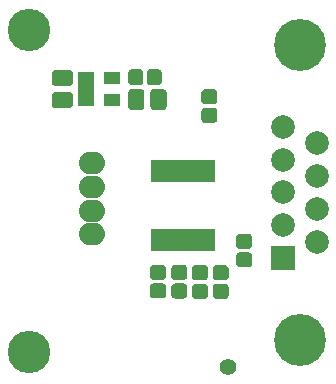
<source format=gbs>
G04 #@! TF.GenerationSoftware,KiCad,Pcbnew,(5.1.2)-1*
G04 #@! TF.CreationDate,2023-02-04T08:31:17+09:00*
G04 #@! TF.ProjectId,IR,49522e6b-6963-4616-945f-706362585858,v1.2*
G04 #@! TF.SameCoordinates,Original*
G04 #@! TF.FileFunction,Soldermask,Bot*
G04 #@! TF.FilePolarity,Negative*
%FSLAX46Y46*%
G04 Gerber Fmt 4.6, Leading zero omitted, Abs format (unit mm)*
G04 Created by KiCad (PCBNEW (5.1.2)-1) date 2023-02-04 08:31:17*
%MOMM*%
%LPD*%
G04 APERTURE LIST*
%ADD10C,0.050000*%
%ADD11C,1.275000*%
%ADD12C,3.600000*%
%ADD13O,2.200000X1.924000*%
%ADD14C,1.375000*%
%ADD15R,1.460000X1.050000*%
%ADD16C,1.400000*%
%ADD17R,0.850000X1.900000*%
%ADD18R,2.000000X2.000000*%
%ADD19C,2.000000*%
%ADD20C,4.400000*%
G04 APERTURE END LIST*
D10*
G36*
X198477493Y-113946535D02*
G01*
X198508435Y-113951125D01*
X198538778Y-113958725D01*
X198568230Y-113969263D01*
X198596508Y-113982638D01*
X198623338Y-113998719D01*
X198648463Y-114017353D01*
X198671640Y-114038360D01*
X198692647Y-114061537D01*
X198711281Y-114086662D01*
X198727362Y-114113492D01*
X198740737Y-114141770D01*
X198751275Y-114171222D01*
X198758875Y-114201565D01*
X198763465Y-114232507D01*
X198765000Y-114263750D01*
X198765000Y-114901250D01*
X198763465Y-114932493D01*
X198758875Y-114963435D01*
X198751275Y-114993778D01*
X198740737Y-115023230D01*
X198727362Y-115051508D01*
X198711281Y-115078338D01*
X198692647Y-115103463D01*
X198671640Y-115126640D01*
X198648463Y-115147647D01*
X198623338Y-115166281D01*
X198596508Y-115182362D01*
X198568230Y-115195737D01*
X198538778Y-115206275D01*
X198508435Y-115213875D01*
X198477493Y-115218465D01*
X198446250Y-115220000D01*
X197733750Y-115220000D01*
X197702507Y-115218465D01*
X197671565Y-115213875D01*
X197641222Y-115206275D01*
X197611770Y-115195737D01*
X197583492Y-115182362D01*
X197556662Y-115166281D01*
X197531537Y-115147647D01*
X197508360Y-115126640D01*
X197487353Y-115103463D01*
X197468719Y-115078338D01*
X197452638Y-115051508D01*
X197439263Y-115023230D01*
X197428725Y-114993778D01*
X197421125Y-114963435D01*
X197416535Y-114932493D01*
X197415000Y-114901250D01*
X197415000Y-114263750D01*
X197416535Y-114232507D01*
X197421125Y-114201565D01*
X197428725Y-114171222D01*
X197439263Y-114141770D01*
X197452638Y-114113492D01*
X197468719Y-114086662D01*
X197487353Y-114061537D01*
X197508360Y-114038360D01*
X197531537Y-114017353D01*
X197556662Y-113998719D01*
X197583492Y-113982638D01*
X197611770Y-113969263D01*
X197641222Y-113958725D01*
X197671565Y-113951125D01*
X197702507Y-113946535D01*
X197733750Y-113945000D01*
X198446250Y-113945000D01*
X198477493Y-113946535D01*
X198477493Y-113946535D01*
G37*
D11*
X198090000Y-114582500D03*
D10*
G36*
X198477493Y-115521535D02*
G01*
X198508435Y-115526125D01*
X198538778Y-115533725D01*
X198568230Y-115544263D01*
X198596508Y-115557638D01*
X198623338Y-115573719D01*
X198648463Y-115592353D01*
X198671640Y-115613360D01*
X198692647Y-115636537D01*
X198711281Y-115661662D01*
X198727362Y-115688492D01*
X198740737Y-115716770D01*
X198751275Y-115746222D01*
X198758875Y-115776565D01*
X198763465Y-115807507D01*
X198765000Y-115838750D01*
X198765000Y-116476250D01*
X198763465Y-116507493D01*
X198758875Y-116538435D01*
X198751275Y-116568778D01*
X198740737Y-116598230D01*
X198727362Y-116626508D01*
X198711281Y-116653338D01*
X198692647Y-116678463D01*
X198671640Y-116701640D01*
X198648463Y-116722647D01*
X198623338Y-116741281D01*
X198596508Y-116757362D01*
X198568230Y-116770737D01*
X198538778Y-116781275D01*
X198508435Y-116788875D01*
X198477493Y-116793465D01*
X198446250Y-116795000D01*
X197733750Y-116795000D01*
X197702507Y-116793465D01*
X197671565Y-116788875D01*
X197641222Y-116781275D01*
X197611770Y-116770737D01*
X197583492Y-116757362D01*
X197556662Y-116741281D01*
X197531537Y-116722647D01*
X197508360Y-116701640D01*
X197487353Y-116678463D01*
X197468719Y-116653338D01*
X197452638Y-116626508D01*
X197439263Y-116598230D01*
X197428725Y-116568778D01*
X197421125Y-116538435D01*
X197416535Y-116507493D01*
X197415000Y-116476250D01*
X197415000Y-115838750D01*
X197416535Y-115807507D01*
X197421125Y-115776565D01*
X197428725Y-115746222D01*
X197439263Y-115716770D01*
X197452638Y-115688492D01*
X197468719Y-115661662D01*
X197487353Y-115636537D01*
X197508360Y-115613360D01*
X197531537Y-115592353D01*
X197556662Y-115573719D01*
X197583492Y-115557638D01*
X197611770Y-115544263D01*
X197641222Y-115533725D01*
X197671565Y-115526125D01*
X197702507Y-115521535D01*
X197733750Y-115520000D01*
X198446250Y-115520000D01*
X198477493Y-115521535D01*
X198477493Y-115521535D01*
G37*
D11*
X198090000Y-116157500D03*
D12*
X179900000Y-124000000D03*
X179900000Y-96700000D03*
D13*
X185200000Y-114000000D03*
X185200000Y-112000000D03*
X185200000Y-110000000D03*
X185200000Y-108000000D03*
D10*
G36*
X183289943Y-100076655D02*
G01*
X183323312Y-100081605D01*
X183356035Y-100089802D01*
X183387797Y-100101166D01*
X183418293Y-100115590D01*
X183447227Y-100132932D01*
X183474323Y-100153028D01*
X183499318Y-100175682D01*
X183521972Y-100200677D01*
X183542068Y-100227773D01*
X183559410Y-100256707D01*
X183573834Y-100287203D01*
X183585198Y-100318965D01*
X183593395Y-100351688D01*
X183598345Y-100385057D01*
X183600000Y-100418750D01*
X183600000Y-101106250D01*
X183598345Y-101139943D01*
X183593395Y-101173312D01*
X183585198Y-101206035D01*
X183573834Y-101237797D01*
X183559410Y-101268293D01*
X183542068Y-101297227D01*
X183521972Y-101324323D01*
X183499318Y-101349318D01*
X183474323Y-101371972D01*
X183447227Y-101392068D01*
X183418293Y-101409410D01*
X183387797Y-101423834D01*
X183356035Y-101435198D01*
X183323312Y-101443395D01*
X183289943Y-101448345D01*
X183256250Y-101450000D01*
X182143750Y-101450000D01*
X182110057Y-101448345D01*
X182076688Y-101443395D01*
X182043965Y-101435198D01*
X182012203Y-101423834D01*
X181981707Y-101409410D01*
X181952773Y-101392068D01*
X181925677Y-101371972D01*
X181900682Y-101349318D01*
X181878028Y-101324323D01*
X181857932Y-101297227D01*
X181840590Y-101268293D01*
X181826166Y-101237797D01*
X181814802Y-101206035D01*
X181806605Y-101173312D01*
X181801655Y-101139943D01*
X181800000Y-101106250D01*
X181800000Y-100418750D01*
X181801655Y-100385057D01*
X181806605Y-100351688D01*
X181814802Y-100318965D01*
X181826166Y-100287203D01*
X181840590Y-100256707D01*
X181857932Y-100227773D01*
X181878028Y-100200677D01*
X181900682Y-100175682D01*
X181925677Y-100153028D01*
X181952773Y-100132932D01*
X181981707Y-100115590D01*
X182012203Y-100101166D01*
X182043965Y-100089802D01*
X182076688Y-100081605D01*
X182110057Y-100076655D01*
X182143750Y-100075000D01*
X183256250Y-100075000D01*
X183289943Y-100076655D01*
X183289943Y-100076655D01*
G37*
D14*
X182700000Y-100762500D03*
D10*
G36*
X183289943Y-101951655D02*
G01*
X183323312Y-101956605D01*
X183356035Y-101964802D01*
X183387797Y-101976166D01*
X183418293Y-101990590D01*
X183447227Y-102007932D01*
X183474323Y-102028028D01*
X183499318Y-102050682D01*
X183521972Y-102075677D01*
X183542068Y-102102773D01*
X183559410Y-102131707D01*
X183573834Y-102162203D01*
X183585198Y-102193965D01*
X183593395Y-102226688D01*
X183598345Y-102260057D01*
X183600000Y-102293750D01*
X183600000Y-102981250D01*
X183598345Y-103014943D01*
X183593395Y-103048312D01*
X183585198Y-103081035D01*
X183573834Y-103112797D01*
X183559410Y-103143293D01*
X183542068Y-103172227D01*
X183521972Y-103199323D01*
X183499318Y-103224318D01*
X183474323Y-103246972D01*
X183447227Y-103267068D01*
X183418293Y-103284410D01*
X183387797Y-103298834D01*
X183356035Y-103310198D01*
X183323312Y-103318395D01*
X183289943Y-103323345D01*
X183256250Y-103325000D01*
X182143750Y-103325000D01*
X182110057Y-103323345D01*
X182076688Y-103318395D01*
X182043965Y-103310198D01*
X182012203Y-103298834D01*
X181981707Y-103284410D01*
X181952773Y-103267068D01*
X181925677Y-103246972D01*
X181900682Y-103224318D01*
X181878028Y-103199323D01*
X181857932Y-103172227D01*
X181840590Y-103143293D01*
X181826166Y-103112797D01*
X181814802Y-103081035D01*
X181806605Y-103048312D01*
X181801655Y-103014943D01*
X181800000Y-102981250D01*
X181800000Y-102293750D01*
X181801655Y-102260057D01*
X181806605Y-102226688D01*
X181814802Y-102193965D01*
X181826166Y-102162203D01*
X181840590Y-102131707D01*
X181857932Y-102102773D01*
X181878028Y-102075677D01*
X181900682Y-102050682D01*
X181925677Y-102028028D01*
X181952773Y-102007932D01*
X181981707Y-101990590D01*
X182012203Y-101976166D01*
X182043965Y-101964802D01*
X182076688Y-101956605D01*
X182110057Y-101951655D01*
X182143750Y-101950000D01*
X183256250Y-101950000D01*
X183289943Y-101951655D01*
X183289943Y-101951655D01*
G37*
D14*
X182700000Y-102637500D03*
D10*
G36*
X190837493Y-100026535D02*
G01*
X190868435Y-100031125D01*
X190898778Y-100038725D01*
X190928230Y-100049263D01*
X190956508Y-100062638D01*
X190983338Y-100078719D01*
X191008463Y-100097353D01*
X191031640Y-100118360D01*
X191052647Y-100141537D01*
X191071281Y-100166662D01*
X191087362Y-100193492D01*
X191100737Y-100221770D01*
X191111275Y-100251222D01*
X191118875Y-100281565D01*
X191123465Y-100312507D01*
X191125000Y-100343750D01*
X191125000Y-101056250D01*
X191123465Y-101087493D01*
X191118875Y-101118435D01*
X191111275Y-101148778D01*
X191100737Y-101178230D01*
X191087362Y-101206508D01*
X191071281Y-101233338D01*
X191052647Y-101258463D01*
X191031640Y-101281640D01*
X191008463Y-101302647D01*
X190983338Y-101321281D01*
X190956508Y-101337362D01*
X190928230Y-101350737D01*
X190898778Y-101361275D01*
X190868435Y-101368875D01*
X190837493Y-101373465D01*
X190806250Y-101375000D01*
X190168750Y-101375000D01*
X190137507Y-101373465D01*
X190106565Y-101368875D01*
X190076222Y-101361275D01*
X190046770Y-101350737D01*
X190018492Y-101337362D01*
X189991662Y-101321281D01*
X189966537Y-101302647D01*
X189943360Y-101281640D01*
X189922353Y-101258463D01*
X189903719Y-101233338D01*
X189887638Y-101206508D01*
X189874263Y-101178230D01*
X189863725Y-101148778D01*
X189856125Y-101118435D01*
X189851535Y-101087493D01*
X189850000Y-101056250D01*
X189850000Y-100343750D01*
X189851535Y-100312507D01*
X189856125Y-100281565D01*
X189863725Y-100251222D01*
X189874263Y-100221770D01*
X189887638Y-100193492D01*
X189903719Y-100166662D01*
X189922353Y-100141537D01*
X189943360Y-100118360D01*
X189966537Y-100097353D01*
X189991662Y-100078719D01*
X190018492Y-100062638D01*
X190046770Y-100049263D01*
X190076222Y-100038725D01*
X190106565Y-100031125D01*
X190137507Y-100026535D01*
X190168750Y-100025000D01*
X190806250Y-100025000D01*
X190837493Y-100026535D01*
X190837493Y-100026535D01*
G37*
D11*
X190487500Y-100700000D03*
D10*
G36*
X189262493Y-100026535D02*
G01*
X189293435Y-100031125D01*
X189323778Y-100038725D01*
X189353230Y-100049263D01*
X189381508Y-100062638D01*
X189408338Y-100078719D01*
X189433463Y-100097353D01*
X189456640Y-100118360D01*
X189477647Y-100141537D01*
X189496281Y-100166662D01*
X189512362Y-100193492D01*
X189525737Y-100221770D01*
X189536275Y-100251222D01*
X189543875Y-100281565D01*
X189548465Y-100312507D01*
X189550000Y-100343750D01*
X189550000Y-101056250D01*
X189548465Y-101087493D01*
X189543875Y-101118435D01*
X189536275Y-101148778D01*
X189525737Y-101178230D01*
X189512362Y-101206508D01*
X189496281Y-101233338D01*
X189477647Y-101258463D01*
X189456640Y-101281640D01*
X189433463Y-101302647D01*
X189408338Y-101321281D01*
X189381508Y-101337362D01*
X189353230Y-101350737D01*
X189323778Y-101361275D01*
X189293435Y-101368875D01*
X189262493Y-101373465D01*
X189231250Y-101375000D01*
X188593750Y-101375000D01*
X188562507Y-101373465D01*
X188531565Y-101368875D01*
X188501222Y-101361275D01*
X188471770Y-101350737D01*
X188443492Y-101337362D01*
X188416662Y-101321281D01*
X188391537Y-101302647D01*
X188368360Y-101281640D01*
X188347353Y-101258463D01*
X188328719Y-101233338D01*
X188312638Y-101206508D01*
X188299263Y-101178230D01*
X188288725Y-101148778D01*
X188281125Y-101118435D01*
X188276535Y-101087493D01*
X188275000Y-101056250D01*
X188275000Y-100343750D01*
X188276535Y-100312507D01*
X188281125Y-100281565D01*
X188288725Y-100251222D01*
X188299263Y-100221770D01*
X188312638Y-100193492D01*
X188328719Y-100166662D01*
X188347353Y-100141537D01*
X188368360Y-100118360D01*
X188391537Y-100097353D01*
X188416662Y-100078719D01*
X188443492Y-100062638D01*
X188471770Y-100049263D01*
X188501222Y-100038725D01*
X188531565Y-100031125D01*
X188562507Y-100026535D01*
X188593750Y-100025000D01*
X189231250Y-100025000D01*
X189262493Y-100026535D01*
X189262493Y-100026535D01*
G37*
D11*
X188912500Y-100700000D03*
D10*
G36*
X189339943Y-101701655D02*
G01*
X189373312Y-101706605D01*
X189406035Y-101714802D01*
X189437797Y-101726166D01*
X189468293Y-101740590D01*
X189497227Y-101757932D01*
X189524323Y-101778028D01*
X189549318Y-101800682D01*
X189571972Y-101825677D01*
X189592068Y-101852773D01*
X189609410Y-101881707D01*
X189623834Y-101912203D01*
X189635198Y-101943965D01*
X189643395Y-101976688D01*
X189648345Y-102010057D01*
X189650000Y-102043750D01*
X189650000Y-103156250D01*
X189648345Y-103189943D01*
X189643395Y-103223312D01*
X189635198Y-103256035D01*
X189623834Y-103287797D01*
X189609410Y-103318293D01*
X189592068Y-103347227D01*
X189571972Y-103374323D01*
X189549318Y-103399318D01*
X189524323Y-103421972D01*
X189497227Y-103442068D01*
X189468293Y-103459410D01*
X189437797Y-103473834D01*
X189406035Y-103485198D01*
X189373312Y-103493395D01*
X189339943Y-103498345D01*
X189306250Y-103500000D01*
X188618750Y-103500000D01*
X188585057Y-103498345D01*
X188551688Y-103493395D01*
X188518965Y-103485198D01*
X188487203Y-103473834D01*
X188456707Y-103459410D01*
X188427773Y-103442068D01*
X188400677Y-103421972D01*
X188375682Y-103399318D01*
X188353028Y-103374323D01*
X188332932Y-103347227D01*
X188315590Y-103318293D01*
X188301166Y-103287797D01*
X188289802Y-103256035D01*
X188281605Y-103223312D01*
X188276655Y-103189943D01*
X188275000Y-103156250D01*
X188275000Y-102043750D01*
X188276655Y-102010057D01*
X188281605Y-101976688D01*
X188289802Y-101943965D01*
X188301166Y-101912203D01*
X188315590Y-101881707D01*
X188332932Y-101852773D01*
X188353028Y-101825677D01*
X188375682Y-101800682D01*
X188400677Y-101778028D01*
X188427773Y-101757932D01*
X188456707Y-101740590D01*
X188487203Y-101726166D01*
X188518965Y-101714802D01*
X188551688Y-101706605D01*
X188585057Y-101701655D01*
X188618750Y-101700000D01*
X189306250Y-101700000D01*
X189339943Y-101701655D01*
X189339943Y-101701655D01*
G37*
D14*
X188962500Y-102600000D03*
D10*
G36*
X191214943Y-101701655D02*
G01*
X191248312Y-101706605D01*
X191281035Y-101714802D01*
X191312797Y-101726166D01*
X191343293Y-101740590D01*
X191372227Y-101757932D01*
X191399323Y-101778028D01*
X191424318Y-101800682D01*
X191446972Y-101825677D01*
X191467068Y-101852773D01*
X191484410Y-101881707D01*
X191498834Y-101912203D01*
X191510198Y-101943965D01*
X191518395Y-101976688D01*
X191523345Y-102010057D01*
X191525000Y-102043750D01*
X191525000Y-103156250D01*
X191523345Y-103189943D01*
X191518395Y-103223312D01*
X191510198Y-103256035D01*
X191498834Y-103287797D01*
X191484410Y-103318293D01*
X191467068Y-103347227D01*
X191446972Y-103374323D01*
X191424318Y-103399318D01*
X191399323Y-103421972D01*
X191372227Y-103442068D01*
X191343293Y-103459410D01*
X191312797Y-103473834D01*
X191281035Y-103485198D01*
X191248312Y-103493395D01*
X191214943Y-103498345D01*
X191181250Y-103500000D01*
X190493750Y-103500000D01*
X190460057Y-103498345D01*
X190426688Y-103493395D01*
X190393965Y-103485198D01*
X190362203Y-103473834D01*
X190331707Y-103459410D01*
X190302773Y-103442068D01*
X190275677Y-103421972D01*
X190250682Y-103399318D01*
X190228028Y-103374323D01*
X190207932Y-103347227D01*
X190190590Y-103318293D01*
X190176166Y-103287797D01*
X190164802Y-103256035D01*
X190156605Y-103223312D01*
X190151655Y-103189943D01*
X190150000Y-103156250D01*
X190150000Y-102043750D01*
X190151655Y-102010057D01*
X190156605Y-101976688D01*
X190164802Y-101943965D01*
X190176166Y-101912203D01*
X190190590Y-101881707D01*
X190207932Y-101852773D01*
X190228028Y-101825677D01*
X190250682Y-101800682D01*
X190275677Y-101778028D01*
X190302773Y-101757932D01*
X190331707Y-101740590D01*
X190362203Y-101726166D01*
X190393965Y-101714802D01*
X190426688Y-101706605D01*
X190460057Y-101701655D01*
X190493750Y-101700000D01*
X191181250Y-101700000D01*
X191214943Y-101701655D01*
X191214943Y-101701655D01*
G37*
D14*
X190837500Y-102600000D03*
D15*
X184700000Y-102650000D03*
X184700000Y-101700000D03*
X184700000Y-100750000D03*
X186900000Y-100750000D03*
X186900000Y-102650000D03*
D16*
X196700000Y-125200000D03*
D10*
G36*
X196487493Y-116614535D02*
G01*
X196518435Y-116619125D01*
X196548778Y-116626725D01*
X196578230Y-116637263D01*
X196606508Y-116650638D01*
X196633338Y-116666719D01*
X196658463Y-116685353D01*
X196681640Y-116706360D01*
X196702647Y-116729537D01*
X196721281Y-116754662D01*
X196737362Y-116781492D01*
X196750737Y-116809770D01*
X196761275Y-116839222D01*
X196768875Y-116869565D01*
X196773465Y-116900507D01*
X196775000Y-116931750D01*
X196775000Y-117569250D01*
X196773465Y-117600493D01*
X196768875Y-117631435D01*
X196761275Y-117661778D01*
X196750737Y-117691230D01*
X196737362Y-117719508D01*
X196721281Y-117746338D01*
X196702647Y-117771463D01*
X196681640Y-117794640D01*
X196658463Y-117815647D01*
X196633338Y-117834281D01*
X196606508Y-117850362D01*
X196578230Y-117863737D01*
X196548778Y-117874275D01*
X196518435Y-117881875D01*
X196487493Y-117886465D01*
X196456250Y-117888000D01*
X195743750Y-117888000D01*
X195712507Y-117886465D01*
X195681565Y-117881875D01*
X195651222Y-117874275D01*
X195621770Y-117863737D01*
X195593492Y-117850362D01*
X195566662Y-117834281D01*
X195541537Y-117815647D01*
X195518360Y-117794640D01*
X195497353Y-117771463D01*
X195478719Y-117746338D01*
X195462638Y-117719508D01*
X195449263Y-117691230D01*
X195438725Y-117661778D01*
X195431125Y-117631435D01*
X195426535Y-117600493D01*
X195425000Y-117569250D01*
X195425000Y-116931750D01*
X195426535Y-116900507D01*
X195431125Y-116869565D01*
X195438725Y-116839222D01*
X195449263Y-116809770D01*
X195462638Y-116781492D01*
X195478719Y-116754662D01*
X195497353Y-116729537D01*
X195518360Y-116706360D01*
X195541537Y-116685353D01*
X195566662Y-116666719D01*
X195593492Y-116650638D01*
X195621770Y-116637263D01*
X195651222Y-116626725D01*
X195681565Y-116619125D01*
X195712507Y-116614535D01*
X195743750Y-116613000D01*
X196456250Y-116613000D01*
X196487493Y-116614535D01*
X196487493Y-116614535D01*
G37*
D11*
X196100000Y-117250500D03*
D10*
G36*
X196487493Y-118189535D02*
G01*
X196518435Y-118194125D01*
X196548778Y-118201725D01*
X196578230Y-118212263D01*
X196606508Y-118225638D01*
X196633338Y-118241719D01*
X196658463Y-118260353D01*
X196681640Y-118281360D01*
X196702647Y-118304537D01*
X196721281Y-118329662D01*
X196737362Y-118356492D01*
X196750737Y-118384770D01*
X196761275Y-118414222D01*
X196768875Y-118444565D01*
X196773465Y-118475507D01*
X196775000Y-118506750D01*
X196775000Y-119144250D01*
X196773465Y-119175493D01*
X196768875Y-119206435D01*
X196761275Y-119236778D01*
X196750737Y-119266230D01*
X196737362Y-119294508D01*
X196721281Y-119321338D01*
X196702647Y-119346463D01*
X196681640Y-119369640D01*
X196658463Y-119390647D01*
X196633338Y-119409281D01*
X196606508Y-119425362D01*
X196578230Y-119438737D01*
X196548778Y-119449275D01*
X196518435Y-119456875D01*
X196487493Y-119461465D01*
X196456250Y-119463000D01*
X195743750Y-119463000D01*
X195712507Y-119461465D01*
X195681565Y-119456875D01*
X195651222Y-119449275D01*
X195621770Y-119438737D01*
X195593492Y-119425362D01*
X195566662Y-119409281D01*
X195541537Y-119390647D01*
X195518360Y-119369640D01*
X195497353Y-119346463D01*
X195478719Y-119321338D01*
X195462638Y-119294508D01*
X195449263Y-119266230D01*
X195438725Y-119236778D01*
X195431125Y-119206435D01*
X195426535Y-119175493D01*
X195425000Y-119144250D01*
X195425000Y-118506750D01*
X195426535Y-118475507D01*
X195431125Y-118444565D01*
X195438725Y-118414222D01*
X195449263Y-118384770D01*
X195462638Y-118356492D01*
X195478719Y-118329662D01*
X195497353Y-118304537D01*
X195518360Y-118281360D01*
X195541537Y-118260353D01*
X195566662Y-118241719D01*
X195593492Y-118225638D01*
X195621770Y-118212263D01*
X195651222Y-118201725D01*
X195681565Y-118194125D01*
X195712507Y-118189535D01*
X195743750Y-118188000D01*
X196456250Y-118188000D01*
X196487493Y-118189535D01*
X196487493Y-118189535D01*
G37*
D11*
X196100000Y-118825500D03*
D10*
G36*
X195537493Y-103293535D02*
G01*
X195568435Y-103298125D01*
X195598778Y-103305725D01*
X195628230Y-103316263D01*
X195656508Y-103329638D01*
X195683338Y-103345719D01*
X195708463Y-103364353D01*
X195731640Y-103385360D01*
X195752647Y-103408537D01*
X195771281Y-103433662D01*
X195787362Y-103460492D01*
X195800737Y-103488770D01*
X195811275Y-103518222D01*
X195818875Y-103548565D01*
X195823465Y-103579507D01*
X195825000Y-103610750D01*
X195825000Y-104248250D01*
X195823465Y-104279493D01*
X195818875Y-104310435D01*
X195811275Y-104340778D01*
X195800737Y-104370230D01*
X195787362Y-104398508D01*
X195771281Y-104425338D01*
X195752647Y-104450463D01*
X195731640Y-104473640D01*
X195708463Y-104494647D01*
X195683338Y-104513281D01*
X195656508Y-104529362D01*
X195628230Y-104542737D01*
X195598778Y-104553275D01*
X195568435Y-104560875D01*
X195537493Y-104565465D01*
X195506250Y-104567000D01*
X194793750Y-104567000D01*
X194762507Y-104565465D01*
X194731565Y-104560875D01*
X194701222Y-104553275D01*
X194671770Y-104542737D01*
X194643492Y-104529362D01*
X194616662Y-104513281D01*
X194591537Y-104494647D01*
X194568360Y-104473640D01*
X194547353Y-104450463D01*
X194528719Y-104425338D01*
X194512638Y-104398508D01*
X194499263Y-104370230D01*
X194488725Y-104340778D01*
X194481125Y-104310435D01*
X194476535Y-104279493D01*
X194475000Y-104248250D01*
X194475000Y-103610750D01*
X194476535Y-103579507D01*
X194481125Y-103548565D01*
X194488725Y-103518222D01*
X194499263Y-103488770D01*
X194512638Y-103460492D01*
X194528719Y-103433662D01*
X194547353Y-103408537D01*
X194568360Y-103385360D01*
X194591537Y-103364353D01*
X194616662Y-103345719D01*
X194643492Y-103329638D01*
X194671770Y-103316263D01*
X194701222Y-103305725D01*
X194731565Y-103298125D01*
X194762507Y-103293535D01*
X194793750Y-103292000D01*
X195506250Y-103292000D01*
X195537493Y-103293535D01*
X195537493Y-103293535D01*
G37*
D11*
X195150000Y-103929500D03*
D10*
G36*
X195537493Y-101718535D02*
G01*
X195568435Y-101723125D01*
X195598778Y-101730725D01*
X195628230Y-101741263D01*
X195656508Y-101754638D01*
X195683338Y-101770719D01*
X195708463Y-101789353D01*
X195731640Y-101810360D01*
X195752647Y-101833537D01*
X195771281Y-101858662D01*
X195787362Y-101885492D01*
X195800737Y-101913770D01*
X195811275Y-101943222D01*
X195818875Y-101973565D01*
X195823465Y-102004507D01*
X195825000Y-102035750D01*
X195825000Y-102673250D01*
X195823465Y-102704493D01*
X195818875Y-102735435D01*
X195811275Y-102765778D01*
X195800737Y-102795230D01*
X195787362Y-102823508D01*
X195771281Y-102850338D01*
X195752647Y-102875463D01*
X195731640Y-102898640D01*
X195708463Y-102919647D01*
X195683338Y-102938281D01*
X195656508Y-102954362D01*
X195628230Y-102967737D01*
X195598778Y-102978275D01*
X195568435Y-102985875D01*
X195537493Y-102990465D01*
X195506250Y-102992000D01*
X194793750Y-102992000D01*
X194762507Y-102990465D01*
X194731565Y-102985875D01*
X194701222Y-102978275D01*
X194671770Y-102967737D01*
X194643492Y-102954362D01*
X194616662Y-102938281D01*
X194591537Y-102919647D01*
X194568360Y-102898640D01*
X194547353Y-102875463D01*
X194528719Y-102850338D01*
X194512638Y-102823508D01*
X194499263Y-102795230D01*
X194488725Y-102765778D01*
X194481125Y-102735435D01*
X194476535Y-102704493D01*
X194475000Y-102673250D01*
X194475000Y-102035750D01*
X194476535Y-102004507D01*
X194481125Y-101973565D01*
X194488725Y-101943222D01*
X194499263Y-101913770D01*
X194512638Y-101885492D01*
X194528719Y-101858662D01*
X194547353Y-101833537D01*
X194568360Y-101810360D01*
X194591537Y-101789353D01*
X194616662Y-101770719D01*
X194643492Y-101754638D01*
X194671770Y-101741263D01*
X194701222Y-101730725D01*
X194731565Y-101723125D01*
X194762507Y-101718535D01*
X194793750Y-101717000D01*
X195506250Y-101717000D01*
X195537493Y-101718535D01*
X195537493Y-101718535D01*
G37*
D11*
X195150000Y-102354500D03*
D10*
G36*
X192987493Y-118163535D02*
G01*
X193018435Y-118168125D01*
X193048778Y-118175725D01*
X193078230Y-118186263D01*
X193106508Y-118199638D01*
X193133338Y-118215719D01*
X193158463Y-118234353D01*
X193181640Y-118255360D01*
X193202647Y-118278537D01*
X193221281Y-118303662D01*
X193237362Y-118330492D01*
X193250737Y-118358770D01*
X193261275Y-118388222D01*
X193268875Y-118418565D01*
X193273465Y-118449507D01*
X193275000Y-118480750D01*
X193275000Y-119118250D01*
X193273465Y-119149493D01*
X193268875Y-119180435D01*
X193261275Y-119210778D01*
X193250737Y-119240230D01*
X193237362Y-119268508D01*
X193221281Y-119295338D01*
X193202647Y-119320463D01*
X193181640Y-119343640D01*
X193158463Y-119364647D01*
X193133338Y-119383281D01*
X193106508Y-119399362D01*
X193078230Y-119412737D01*
X193048778Y-119423275D01*
X193018435Y-119430875D01*
X192987493Y-119435465D01*
X192956250Y-119437000D01*
X192243750Y-119437000D01*
X192212507Y-119435465D01*
X192181565Y-119430875D01*
X192151222Y-119423275D01*
X192121770Y-119412737D01*
X192093492Y-119399362D01*
X192066662Y-119383281D01*
X192041537Y-119364647D01*
X192018360Y-119343640D01*
X191997353Y-119320463D01*
X191978719Y-119295338D01*
X191962638Y-119268508D01*
X191949263Y-119240230D01*
X191938725Y-119210778D01*
X191931125Y-119180435D01*
X191926535Y-119149493D01*
X191925000Y-119118250D01*
X191925000Y-118480750D01*
X191926535Y-118449507D01*
X191931125Y-118418565D01*
X191938725Y-118388222D01*
X191949263Y-118358770D01*
X191962638Y-118330492D01*
X191978719Y-118303662D01*
X191997353Y-118278537D01*
X192018360Y-118255360D01*
X192041537Y-118234353D01*
X192066662Y-118215719D01*
X192093492Y-118199638D01*
X192121770Y-118186263D01*
X192151222Y-118175725D01*
X192181565Y-118168125D01*
X192212507Y-118163535D01*
X192243750Y-118162000D01*
X192956250Y-118162000D01*
X192987493Y-118163535D01*
X192987493Y-118163535D01*
G37*
D11*
X192600000Y-118799500D03*
D10*
G36*
X192987493Y-116588535D02*
G01*
X193018435Y-116593125D01*
X193048778Y-116600725D01*
X193078230Y-116611263D01*
X193106508Y-116624638D01*
X193133338Y-116640719D01*
X193158463Y-116659353D01*
X193181640Y-116680360D01*
X193202647Y-116703537D01*
X193221281Y-116728662D01*
X193237362Y-116755492D01*
X193250737Y-116783770D01*
X193261275Y-116813222D01*
X193268875Y-116843565D01*
X193273465Y-116874507D01*
X193275000Y-116905750D01*
X193275000Y-117543250D01*
X193273465Y-117574493D01*
X193268875Y-117605435D01*
X193261275Y-117635778D01*
X193250737Y-117665230D01*
X193237362Y-117693508D01*
X193221281Y-117720338D01*
X193202647Y-117745463D01*
X193181640Y-117768640D01*
X193158463Y-117789647D01*
X193133338Y-117808281D01*
X193106508Y-117824362D01*
X193078230Y-117837737D01*
X193048778Y-117848275D01*
X193018435Y-117855875D01*
X192987493Y-117860465D01*
X192956250Y-117862000D01*
X192243750Y-117862000D01*
X192212507Y-117860465D01*
X192181565Y-117855875D01*
X192151222Y-117848275D01*
X192121770Y-117837737D01*
X192093492Y-117824362D01*
X192066662Y-117808281D01*
X192041537Y-117789647D01*
X192018360Y-117768640D01*
X191997353Y-117745463D01*
X191978719Y-117720338D01*
X191962638Y-117693508D01*
X191949263Y-117665230D01*
X191938725Y-117635778D01*
X191931125Y-117605435D01*
X191926535Y-117574493D01*
X191925000Y-117543250D01*
X191925000Y-116905750D01*
X191926535Y-116874507D01*
X191931125Y-116843565D01*
X191938725Y-116813222D01*
X191949263Y-116783770D01*
X191962638Y-116755492D01*
X191978719Y-116728662D01*
X191997353Y-116703537D01*
X192018360Y-116680360D01*
X192041537Y-116659353D01*
X192066662Y-116640719D01*
X192093492Y-116624638D01*
X192121770Y-116611263D01*
X192151222Y-116600725D01*
X192181565Y-116593125D01*
X192212507Y-116588535D01*
X192243750Y-116587000D01*
X192956250Y-116587000D01*
X192987493Y-116588535D01*
X192987493Y-116588535D01*
G37*
D11*
X192600000Y-117224500D03*
D10*
G36*
X194737493Y-118189535D02*
G01*
X194768435Y-118194125D01*
X194798778Y-118201725D01*
X194828230Y-118212263D01*
X194856508Y-118225638D01*
X194883338Y-118241719D01*
X194908463Y-118260353D01*
X194931640Y-118281360D01*
X194952647Y-118304537D01*
X194971281Y-118329662D01*
X194987362Y-118356492D01*
X195000737Y-118384770D01*
X195011275Y-118414222D01*
X195018875Y-118444565D01*
X195023465Y-118475507D01*
X195025000Y-118506750D01*
X195025000Y-119144250D01*
X195023465Y-119175493D01*
X195018875Y-119206435D01*
X195011275Y-119236778D01*
X195000737Y-119266230D01*
X194987362Y-119294508D01*
X194971281Y-119321338D01*
X194952647Y-119346463D01*
X194931640Y-119369640D01*
X194908463Y-119390647D01*
X194883338Y-119409281D01*
X194856508Y-119425362D01*
X194828230Y-119438737D01*
X194798778Y-119449275D01*
X194768435Y-119456875D01*
X194737493Y-119461465D01*
X194706250Y-119463000D01*
X193993750Y-119463000D01*
X193962507Y-119461465D01*
X193931565Y-119456875D01*
X193901222Y-119449275D01*
X193871770Y-119438737D01*
X193843492Y-119425362D01*
X193816662Y-119409281D01*
X193791537Y-119390647D01*
X193768360Y-119369640D01*
X193747353Y-119346463D01*
X193728719Y-119321338D01*
X193712638Y-119294508D01*
X193699263Y-119266230D01*
X193688725Y-119236778D01*
X193681125Y-119206435D01*
X193676535Y-119175493D01*
X193675000Y-119144250D01*
X193675000Y-118506750D01*
X193676535Y-118475507D01*
X193681125Y-118444565D01*
X193688725Y-118414222D01*
X193699263Y-118384770D01*
X193712638Y-118356492D01*
X193728719Y-118329662D01*
X193747353Y-118304537D01*
X193768360Y-118281360D01*
X193791537Y-118260353D01*
X193816662Y-118241719D01*
X193843492Y-118225638D01*
X193871770Y-118212263D01*
X193901222Y-118201725D01*
X193931565Y-118194125D01*
X193962507Y-118189535D01*
X193993750Y-118188000D01*
X194706250Y-118188000D01*
X194737493Y-118189535D01*
X194737493Y-118189535D01*
G37*
D11*
X194350000Y-118825500D03*
D10*
G36*
X194737493Y-116614535D02*
G01*
X194768435Y-116619125D01*
X194798778Y-116626725D01*
X194828230Y-116637263D01*
X194856508Y-116650638D01*
X194883338Y-116666719D01*
X194908463Y-116685353D01*
X194931640Y-116706360D01*
X194952647Y-116729537D01*
X194971281Y-116754662D01*
X194987362Y-116781492D01*
X195000737Y-116809770D01*
X195011275Y-116839222D01*
X195018875Y-116869565D01*
X195023465Y-116900507D01*
X195025000Y-116931750D01*
X195025000Y-117569250D01*
X195023465Y-117600493D01*
X195018875Y-117631435D01*
X195011275Y-117661778D01*
X195000737Y-117691230D01*
X194987362Y-117719508D01*
X194971281Y-117746338D01*
X194952647Y-117771463D01*
X194931640Y-117794640D01*
X194908463Y-117815647D01*
X194883338Y-117834281D01*
X194856508Y-117850362D01*
X194828230Y-117863737D01*
X194798778Y-117874275D01*
X194768435Y-117881875D01*
X194737493Y-117886465D01*
X194706250Y-117888000D01*
X193993750Y-117888000D01*
X193962507Y-117886465D01*
X193931565Y-117881875D01*
X193901222Y-117874275D01*
X193871770Y-117863737D01*
X193843492Y-117850362D01*
X193816662Y-117834281D01*
X193791537Y-117815647D01*
X193768360Y-117794640D01*
X193747353Y-117771463D01*
X193728719Y-117746338D01*
X193712638Y-117719508D01*
X193699263Y-117691230D01*
X193688725Y-117661778D01*
X193681125Y-117631435D01*
X193676535Y-117600493D01*
X193675000Y-117569250D01*
X193675000Y-116931750D01*
X193676535Y-116900507D01*
X193681125Y-116869565D01*
X193688725Y-116839222D01*
X193699263Y-116809770D01*
X193712638Y-116781492D01*
X193728719Y-116754662D01*
X193747353Y-116729537D01*
X193768360Y-116706360D01*
X193791537Y-116685353D01*
X193816662Y-116666719D01*
X193843492Y-116650638D01*
X193871770Y-116637263D01*
X193901222Y-116626725D01*
X193931565Y-116619125D01*
X193962507Y-116614535D01*
X193993750Y-116613000D01*
X194706250Y-116613000D01*
X194737493Y-116614535D01*
X194737493Y-116614535D01*
G37*
D11*
X194350000Y-117250500D03*
D10*
G36*
X191187493Y-116576535D02*
G01*
X191218435Y-116581125D01*
X191248778Y-116588725D01*
X191278230Y-116599263D01*
X191306508Y-116612638D01*
X191333338Y-116628719D01*
X191358463Y-116647353D01*
X191381640Y-116668360D01*
X191402647Y-116691537D01*
X191421281Y-116716662D01*
X191437362Y-116743492D01*
X191450737Y-116771770D01*
X191461275Y-116801222D01*
X191468875Y-116831565D01*
X191473465Y-116862507D01*
X191475000Y-116893750D01*
X191475000Y-117531250D01*
X191473465Y-117562493D01*
X191468875Y-117593435D01*
X191461275Y-117623778D01*
X191450737Y-117653230D01*
X191437362Y-117681508D01*
X191421281Y-117708338D01*
X191402647Y-117733463D01*
X191381640Y-117756640D01*
X191358463Y-117777647D01*
X191333338Y-117796281D01*
X191306508Y-117812362D01*
X191278230Y-117825737D01*
X191248778Y-117836275D01*
X191218435Y-117843875D01*
X191187493Y-117848465D01*
X191156250Y-117850000D01*
X190443750Y-117850000D01*
X190412507Y-117848465D01*
X190381565Y-117843875D01*
X190351222Y-117836275D01*
X190321770Y-117825737D01*
X190293492Y-117812362D01*
X190266662Y-117796281D01*
X190241537Y-117777647D01*
X190218360Y-117756640D01*
X190197353Y-117733463D01*
X190178719Y-117708338D01*
X190162638Y-117681508D01*
X190149263Y-117653230D01*
X190138725Y-117623778D01*
X190131125Y-117593435D01*
X190126535Y-117562493D01*
X190125000Y-117531250D01*
X190125000Y-116893750D01*
X190126535Y-116862507D01*
X190131125Y-116831565D01*
X190138725Y-116801222D01*
X190149263Y-116771770D01*
X190162638Y-116743492D01*
X190178719Y-116716662D01*
X190197353Y-116691537D01*
X190218360Y-116668360D01*
X190241537Y-116647353D01*
X190266662Y-116628719D01*
X190293492Y-116612638D01*
X190321770Y-116599263D01*
X190351222Y-116588725D01*
X190381565Y-116581125D01*
X190412507Y-116576535D01*
X190443750Y-116575000D01*
X191156250Y-116575000D01*
X191187493Y-116576535D01*
X191187493Y-116576535D01*
G37*
D11*
X190800000Y-117212500D03*
D10*
G36*
X191187493Y-118151535D02*
G01*
X191218435Y-118156125D01*
X191248778Y-118163725D01*
X191278230Y-118174263D01*
X191306508Y-118187638D01*
X191333338Y-118203719D01*
X191358463Y-118222353D01*
X191381640Y-118243360D01*
X191402647Y-118266537D01*
X191421281Y-118291662D01*
X191437362Y-118318492D01*
X191450737Y-118346770D01*
X191461275Y-118376222D01*
X191468875Y-118406565D01*
X191473465Y-118437507D01*
X191475000Y-118468750D01*
X191475000Y-119106250D01*
X191473465Y-119137493D01*
X191468875Y-119168435D01*
X191461275Y-119198778D01*
X191450737Y-119228230D01*
X191437362Y-119256508D01*
X191421281Y-119283338D01*
X191402647Y-119308463D01*
X191381640Y-119331640D01*
X191358463Y-119352647D01*
X191333338Y-119371281D01*
X191306508Y-119387362D01*
X191278230Y-119400737D01*
X191248778Y-119411275D01*
X191218435Y-119418875D01*
X191187493Y-119423465D01*
X191156250Y-119425000D01*
X190443750Y-119425000D01*
X190412507Y-119423465D01*
X190381565Y-119418875D01*
X190351222Y-119411275D01*
X190321770Y-119400737D01*
X190293492Y-119387362D01*
X190266662Y-119371281D01*
X190241537Y-119352647D01*
X190218360Y-119331640D01*
X190197353Y-119308463D01*
X190178719Y-119283338D01*
X190162638Y-119256508D01*
X190149263Y-119228230D01*
X190138725Y-119198778D01*
X190131125Y-119168435D01*
X190126535Y-119137493D01*
X190125000Y-119106250D01*
X190125000Y-118468750D01*
X190126535Y-118437507D01*
X190131125Y-118406565D01*
X190138725Y-118376222D01*
X190149263Y-118346770D01*
X190162638Y-118318492D01*
X190178719Y-118291662D01*
X190197353Y-118266537D01*
X190218360Y-118243360D01*
X190241537Y-118222353D01*
X190266662Y-118203719D01*
X190293492Y-118187638D01*
X190321770Y-118174263D01*
X190351222Y-118163725D01*
X190381565Y-118156125D01*
X190412507Y-118151535D01*
X190443750Y-118150000D01*
X191156250Y-118150000D01*
X191187493Y-118151535D01*
X191187493Y-118151535D01*
G37*
D11*
X190800000Y-118787500D03*
D17*
X195175000Y-114500000D03*
X194525000Y-114500000D03*
X193875000Y-114500000D03*
X193225000Y-114500000D03*
X192575000Y-114500000D03*
X191925000Y-114500000D03*
X191275000Y-114500000D03*
X190625000Y-114500000D03*
X190625000Y-108600000D03*
X191275000Y-108600000D03*
X191925000Y-108600000D03*
X192575000Y-108600000D03*
X193225000Y-108600000D03*
X193875000Y-108600000D03*
X194525000Y-108600000D03*
X195175000Y-108600000D03*
D18*
X201400000Y-116000000D03*
D19*
X201400000Y-113230000D03*
X201400000Y-110460000D03*
X201400000Y-107690000D03*
X201400000Y-104920000D03*
X204240000Y-114615000D03*
X204240000Y-111845000D03*
X204240000Y-109075000D03*
X204240000Y-106305000D03*
D20*
X202820000Y-122960000D03*
X202820000Y-97960000D03*
M02*

</source>
